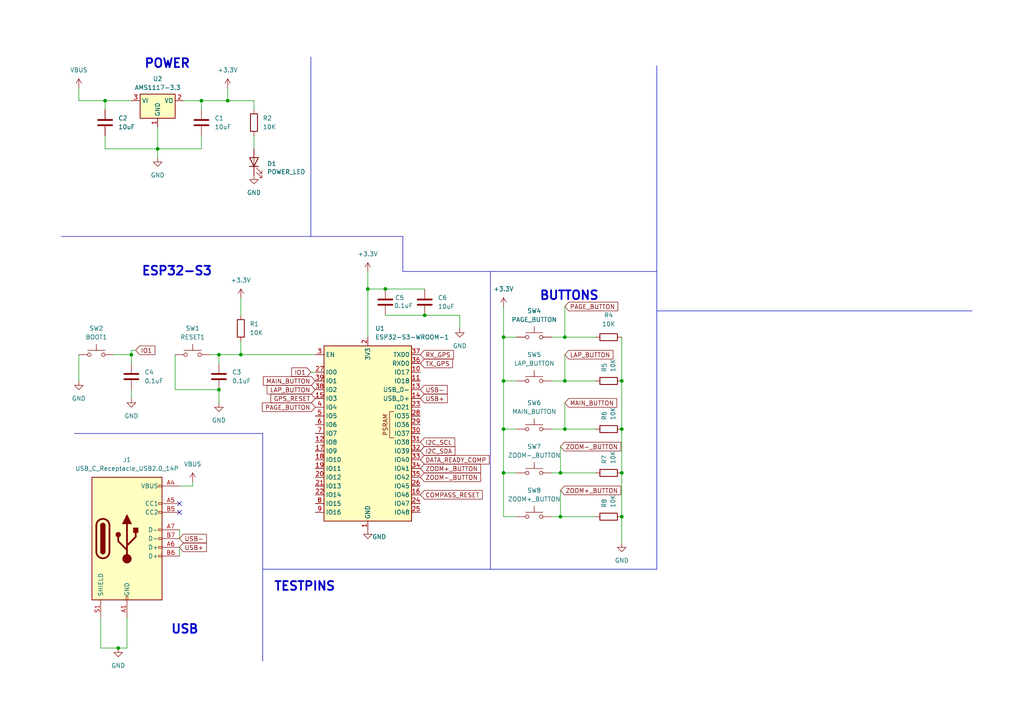
<source format=kicad_sch>
(kicad_sch (version 20250114) (generator "eeschema") (generator_version "9.0")
  (paper "A4")
  (title_block (title "Fietscomputer") (date "2025-08-24") (rev "0") (company "Sint-Jozef Instituut Schoten") (comment 2 "6ICW") (comment 3 "Sybe Van den Bergh"))
  (lib_symbols
    (symbol "Connector:USB_C_Receptacle_USB2.0_14P" (pin_names (offset 1.016))
      (property "Reference" "J" (at 0 22.225 0))
      (property "Value" "USB_C_Receptacle_USB2.0_14P" (at 0 19.685 0))
      (symbol "USB_C_Receptacle_USB2.0_14P_0_0"
        (rectangle (start -0.254 -17.78) (end 0.254 -16.764))
        (rectangle (start 10.16 15.494) (end 9.144 14.986))
        (rectangle (start 10.16 10.414) (end 9.144 9.906))
        (rectangle (start 10.16 7.874) (end 9.144 7.366))
        (rectangle (start 10.16 2.794) (end 9.144 2.286))
        (rectangle (start 10.16 0.254) (end 9.144 -0.254))
        (rectangle (start 10.16 -2.286) (end 9.144 -2.794))
        (rectangle (start 10.16 -4.826) (end 9.144 -5.334))
      )
      (symbol "USB_C_Receptacle_USB2.0_14P_0_1"
        (rectangle (start -10.16 17.78) (end 10.16 -17.78) (stroke (width 0.254)) (fill (type background)))
        (polyline (pts (xy -8.89 -3.81) (xy -8.89 3.81)) (stroke (width 0.508)))
        (rectangle (start -7.62 -3.81) (end -6.35 3.81) (stroke (width 0.254)) (fill (type outline)))
        (arc (start -7.62 3.81) (mid -6.985 4.4423) (end -6.35 3.81) (stroke (width 0.254)))
        (arc (start -7.62 3.81) (mid -6.985 4.4423) (end -6.35 3.81) (stroke (width 0.254)) (fill (type outline)))
        (arc (start -8.89 3.81) (mid -6.985 5.7067) (end -5.08 3.81) (stroke (width 0.508)))
        (arc (start -5.08 -3.81) (mid -6.985 -5.7067) (end -8.89 -3.81) (stroke (width 0.508)))
        (arc (start -6.35 -3.81) (mid -6.985 -4.4423) (end -7.62 -3.81) (stroke (width 0.254)))
        (arc (start -6.35 -3.81) (mid -6.985 -4.4423) (end -7.62 -3.81) (stroke (width 0.254)) (fill (type outline)))
        (polyline (pts (xy -5.08 3.81) (xy -5.08 -3.81)) (stroke (width 0.508)))
        (circle (center -2.54 1.143) (radius 0.635) (stroke (width 0.254)) (fill (type outline)))
        (polyline (pts (xy -1.27 4.318) (xy 0 6.858) (xy 1.27 4.318) (xy -1.27 4.318)) (stroke (width 0.254)) (fill (type outline)))
        (polyline (pts (xy 0 -2.032) (xy 2.54 0.508) (xy 2.54 1.778)) (stroke (width 0.508)))
        (polyline (pts (xy 0 -3.302) (xy -2.54 -0.762) (xy -2.54 0.508)) (stroke (width 0.508)))
        (polyline (pts (xy 0 -5.842) (xy 0 4.318)) (stroke (width 0.508)))
        (circle (center 0 -5.842) (radius 1.27) (fill (type outline)))
        (rectangle (start 1.905 1.778) (end 3.175 3.048) (stroke (width 0.254)) (fill (type outline)))
      )
      (symbol "USB_C_Receptacle_USB2.0_14P_1_1"
        (pin passive line (at -7.62 -22.86 90) (length 5.08) (name "SHIELD") (number "S1"))
        (pin passive line (at 0 -22.86 90) (length 5.08) (name "GND") (number "A1"))
        (pin passive line (at 0 -22.86 90) (length 5.08) (hide yes) (name "GND") (number "A12"))
        (pin passive line (at 0 -22.86 90) (length 5.08) (hide yes) (name "GND") (number "B1"))
        (pin passive line (at 0 -22.86 90) (length 5.08) (hide yes) (name "GND") (number "B12"))
        (pin passive line (at 15.24 15.24 180) (length 5.08) (name "VBUS") (number "A4"))
        (pin passive line (at 15.24 15.24 180) (length 5.08) (hide yes) (name "VBUS") (number "A9"))
        (pin passive line (at 15.24 15.24 180) (length 5.08) (hide yes) (name "VBUS") (number "B4"))
        (pin passive line (at 15.24 15.24 180) (length 5.08) (hide yes) (name "VBUS") (number "B9"))
        (pin bidirectional line (at 15.24 10.16 180) (length 5.08) (name "CC1") (number "A5"))
        (pin bidirectional line (at 15.24 7.62 180) (length 5.08) (name "CC2") (number "B5"))
        (pin bidirectional line (at 15.24 2.54 180) (length 5.08) (name "D-") (number "A7"))
        (pin bidirectional line (at 15.24 0 180) (length 5.08) (name "D-") (number "B7"))
        (pin bidirectional line (at 15.24 -2.54 180) (length 5.08) (name "D+") (number "A6"))
        (pin bidirectional line (at 15.24 -5.08 180) (length 5.08) (name "D+") (number "B6"))
      )
    )
    (symbol "Device:C" (pin_numbers (hide yes)) (pin_names (offset 0.254))
      (property "Reference" "C" (at 0.635 2.54 0))
      (property "Value" "C" (at 0.635 -2.54 0))
      (symbol "C_0_1"
        (polyline (pts (xy -2.032 0.762) (xy 2.032 0.762)) (stroke (width 0.508)))
        (polyline (pts (xy -2.032 -0.762) (xy 2.032 -0.762)) (stroke (width 0.508)))
      )
      (symbol "C_1_1"
        (pin passive line (at 0 3.81 270) (length 2.794) (name "~") (number "1"))
        (pin passive line (at 0 -3.81 90) (length 2.794) (name "~") (number "2"))
      )
    )
    (symbol "Device:LED" (pin_numbers (hide yes)) (pin_names (offset 1.016) (hide yes))
      (property "Reference" "D" (at 0 2.54 0))
      (property "Value" "LED" (at 0 -2.54 0))
      (symbol "LED_0_1"
        (polyline (pts (xy -3.048 -0.762) (xy -4.572 -2.286) (xy -3.81 -2.286) (xy -4.572 -2.286) (xy -4.572 -1.524)))
        (polyline (pts (xy -1.778 -0.762) (xy -3.302 -2.286) (xy -2.54 -2.286) (xy -3.302 -2.286) (xy -3.302 -1.524)))
        (polyline (pts (xy -1.27 0) (xy 1.27 0)))
        (polyline (pts (xy -1.27 -1.27) (xy -1.27 1.27)) (stroke (width 0.254)))
        (polyline (pts (xy 1.27 -1.27) (xy 1.27 1.27) (xy -1.27 0) (xy 1.27 -1.27)) (stroke (width 0.254)))
      )
      (symbol "LED_1_1"
        (pin passive line (at -3.81 0 0) (length 2.54) (name "K") (number "1"))
        (pin passive line (at 3.81 0 180) (length 2.54) (name "A") (number "2"))
      )
    )
    (symbol "Device:R" (pin_numbers (hide yes)) (pin_names (offset 0))
      (property "Reference" "R" (at 2.032 0 90))
      (property "Value" "R" (at 0 0 90))
      (symbol "R_0_1"
        (rectangle (start -1.016 -2.54) (end 1.016 2.54) (stroke (width 0.254)))
      )
      (symbol "R_1_1"
        (pin passive line (at 0 3.81 270) (length 1.27) (name "~") (number "1"))
        (pin passive line (at 0 -3.81 90) (length 1.27) (name "~") (number "2"))
      )
    )
    (symbol "RF_Module:ESP32-S3-WROOM-1"
      (property "Reference" "U" (at -12.7 26.67 0))
      (property "Value" "ESP32-S3-WROOM-1" (at 12.7 26.67 0))
      (symbol "ESP32-S3-WROOM-1_0_0"
        (rectangle (start -12.7 25.4) (end 12.7 -25.4) (stroke (width 0.254)) (fill (type background)))
        (text "PSRAM" (at 5.08 2.54 900) (effects (font (size 1.27 1.27))))
      )
      (symbol "ESP32-S3-WROOM-1_0_1"
        (polyline (pts (xy 7.62 -1.27) (xy 6.35 -1.27) (xy 6.35 6.35) (xy 7.62 6.35)))
      )
      (symbol "ESP32-S3-WROOM-1_1_1"
        (pin input line (at -15.24 22.86 0) (length 2.54) (name "EN") (number "3"))
        (pin bidirectional line (at -15.24 17.78 0) (length 2.54) (name "IO0") (number "27"))
        (pin bidirectional line (at -15.24 15.24 0) (length 2.54) (name "IO1") (number "39"))
        (pin bidirectional line (at -15.24 12.7 0) (length 2.54) (name "IO2") (number "38"))
        (pin bidirectional line (at -15.24 10.16 0) (length 2.54) (name "IO3") (number "15"))
        (pin bidirectional line (at -15.24 7.62 0) (length 2.54) (name "IO4") (number "4"))
        (pin bidirectional line (at -15.24 5.08 0) (length 2.54) (name "IO5") (number "5"))
        (pin bidirectional line (at -15.24 2.54 0) (length 2.54) (name "IO6") (number "6"))
        (pin bidirectional line (at -15.24 0 0) (length 2.54) (name "IO7") (number "7"))
        (pin bidirectional line (at -15.24 -2.54 0) (length 2.54) (name "IO8") (number "12"))
        (pin bidirectional line (at -15.24 -5.08 0) (length 2.54) (name "IO9") (number "17"))
        (pin bidirectional line (at -15.24 -7.62 0) (length 2.54) (name "IO10") (number "18"))
        (pin bidirectional line (at -15.24 -10.16 0) (length 2.54) (name "IO11") (number "19"))
        (pin bidirectional line (at -15.24 -12.7 0) (length 2.54) (name "IO12") (number "20"))
        (pin bidirectional line (at -15.24 -15.24 0) (length 2.54) (name "IO13") (number "21"))
        (pin bidirectional line (at -15.24 -17.78 0) (length 2.54) (name "IO14") (number "22"))
        (pin bidirectional line (at -15.24 -20.32 0) (length 2.54) (name "IO15") (number "8"))
        (pin bidirectional line (at -15.24 -22.86 0) (length 2.54) (name "IO16") (number "9"))
        (pin power_in line (at 0 27.94 270) (length 2.54) (name "3V3") (number "2"))
        (pin power_in line (at 0 -27.94 90) (length 2.54) (name "GND") (number "1"))
        (pin passive line (at 0 -27.94 90) (length 2.54) (hide yes) (name "GND") (number "40"))
        (pin passive line (at 0 -27.94 90) (length 2.54) (hide yes) (name "GND") (number "41"))
        (pin bidirectional line (at 15.24 22.86 180) (length 2.54) (name "TXD0") (number "37"))
        (pin bidirectional line (at 15.24 20.32 180) (length 2.54) (name "RXD0") (number "36"))
        (pin bidirectional line (at 15.24 17.78 180) (length 2.54) (name "IO17") (number "10"))
        (pin bidirectional line (at 15.24 15.24 180) (length 2.54) (name "IO18") (number "11"))
        (pin bidirectional line (at 15.24 12.7 180) (length 2.54) (name "USB_D-") (number "13"))
        (pin bidirectional line (at 15.24 10.16 180) (length 2.54) (name "USB_D+") (number "14"))
        (pin bidirectional line (at 15.24 7.62 180) (length 2.54) (name "IO21") (number "23"))
        (pin bidirectional line (at 15.24 5.08 180) (length 2.54) (name "IO35") (number "28"))
        (pin bidirectional line (at 15.24 2.54 180) (length 2.54) (name "IO36") (number "29"))
        (pin bidirectional line (at 15.24 0 180) (length 2.54) (name "IO37") (number "30"))
        (pin bidirectional line (at 15.24 -2.54 180) (length 2.54) (name "IO38") (number "31"))
        (pin bidirectional line (at 15.24 -5.08 180) (length 2.54) (name "IO39") (number "32"))
        (pin bidirectional line (at 15.24 -7.62 180) (length 2.54) (name "IO40") (number "33"))
        (pin bidirectional line (at 15.24 -10.16 180) (length 2.54) (name "IO41") (number "34"))
        (pin bidirectional line (at 15.24 -12.7 180) (length 2.54) (name "IO42") (number "35"))
        (pin bidirectional line (at 15.24 -15.24 180) (length 2.54) (name "IO45") (number "26"))
        (pin bidirectional line (at 15.24 -17.78 180) (length 2.54) (name "IO46") (number "16"))
        (pin bidirectional line (at 15.24 -20.32 180) (length 2.54) (name "IO47") (number "24"))
        (pin bidirectional line (at 15.24 -22.86 180) (length 2.54) (name "IO48") (number "25"))
      )
    )
    (symbol "Regulator_Linear:AMS1117-3.3"
      (property "Reference" "U" (at -3.81 3.175 0))
      (property "Value" "AMS1117-3.3" (at 0 3.175 0))
      (symbol "AMS1117-3.3_0_1"
        (rectangle (start -5.08 -5.08) (end 5.08 1.905) (stroke (width 0.254)) (fill (type background)))
      )
      (symbol "AMS1117-3.3_1_1"
        (pin power_in line (at -7.62 0 0) (length 2.54) (name "VI") (number "3"))
        (pin power_in line (at 0 -7.62 90) (length 2.54) (name "GND") (number "1"))
        (pin power_out line (at 7.62 0 180) (length 2.54) (name "VO") (number "2"))
      )
    )
    (symbol "Switch:SW_Push" (pin_numbers (hide yes)) (pin_names (offset 1.016) (hide yes))
      (property "Reference" "SW" (at 1.27 2.54 0))
      (property "Value" "SW_Push" (at 0 -1.524 0))
      (symbol "SW_Push_0_1"
        (circle (center -2.032 0) (radius 0.508))
        (polyline (pts (xy 0 1.27) (xy 0 3.048)))
        (circle (center 2.032 0) (radius 0.508))
        (polyline (pts (xy 2.54 1.27) (xy -2.54 1.27)))
        (pin passive line (at -5.08 0 0) (length 2.54) (name "1") (number "1"))
        (pin passive line (at 5.08 0 180) (length 2.54) (name "2") (number "2"))
      )
    )
    (symbol "power:+3.3V" (power) (pin_numbers (hide yes)) (pin_names (offset 0) (hide yes))
      (property "Value" "+3.3V" (at 0 3.556 0))
      (symbol "+3.3V_0_1"
        (polyline (pts (xy -0.762 1.27) (xy 0 2.54)))
        (polyline (pts (xy 0 2.54) (xy 0.762 1.27)))
        (polyline (pts (xy 0 0) (xy 0 2.54)))
      )
      (symbol "+3.3V_1_1"
        (pin power_in line (at 0 0 90) (length 0) (name "~") (number "1"))
      )
    )
    (symbol "power:GND" (power) (pin_numbers (hide yes)) (pin_names (offset 0) (hide yes))
      (property "Value" "GND" (at 0 -3.81 0))
      (symbol "GND_0_1"
        (polyline (pts (xy 0 0) (xy 0 -1.27) (xy 1.27 -1.27) (xy 0 -2.54) (xy -1.27 -1.27) (xy 0 -1.27)))
      )
      (symbol "GND_1_1"
        (pin power_in line (at 0 0 270) (length 0) (name "~") (number "1"))
      )
    )
    (symbol "power:VBUS" (power) (pin_numbers (hide yes)) (pin_names (offset 0) (hide yes))
      (property "Value" "VBUS" (at 0 3.556 0))
      (symbol "VBUS_0_1"
        (polyline (pts (xy -0.762 1.27) (xy 0 2.54)))
        (polyline (pts (xy 0 2.54) (xy 0.762 1.27)))
        (polyline (pts (xy 0 0) (xy 0 2.54)))
      )
      (symbol "VBUS_1_1"
        (pin power_in line (at 0 0 90) (length 0) (name "~") (number "1"))
      )
    )
  )
  (text "TESTPINS\n" (at 88.392 170.18 0) (effects (font (size 2.54 2.54) (thickness 0.508) (bold yes))))
  (text "ESP32-S3" (at 51.308 78.74 0) (effects (font (size 2.54 2.54) (thickness 0.508) (bold yes))))
  (text "POWER" (at 48.514 18.542 0) (effects (font (size 2.54 2.54) (thickness 0.508) (bold yes))))
  (text "USB\n" (at 53.594 182.626 0) (effects (font (size 2.54 2.54) (thickness 0.508) (bold yes))))
  (text "BUTTONS" (at 165.1 85.852 0) (effects (font (size 2.54 2.54) (thickness 0.508) (bold yes))))
  (junction (at 146.05 137.16))
  (junction (at 34.29 187.96))
  (junction (at 111.76 83.82))
  (junction (at 162.56 149.86))
  (junction (at 63.5 113.03))
  (junction (at 66.04 29.21))
  (junction (at 146.05 124.46))
  (junction (at 163.83 124.46))
  (junction (at 180.34 110.49))
  (junction (at 69.85 102.87))
  (junction (at 180.34 124.46))
  (junction (at 123.19 91.44))
  (junction (at 63.5 102.87))
  (junction (at 45.72 43.18))
  (junction (at 58.42 29.21))
  (junction (at 180.34 137.16))
  (junction (at 106.68 83.82))
  (junction (at 30.48 29.21))
  (junction (at 38.1 102.87))
  (junction (at 180.34 149.86))
  (junction (at 163.83 110.49))
  (junction (at 146.05 110.49))
  (junction (at 163.83 97.79))
  (junction (at 162.56 137.16))
  (junction (at 146.05 97.79))
  (no_connect (at 52.07 148.59))
  (no_connect (at 52.07 146.05))
  (wire (pts (xy 45.72 36.83) (xy 45.72 43.18)))
  (wire (pts (xy 160.02 110.49) (xy 163.83 110.49)))
  (wire (pts (xy 163.83 97.79) (xy 172.72 97.79)))
  (polyline (pts (xy 190.5 78.74) (xy 116.84 78.74)))
  (wire (pts (xy 163.83 88.9) (xy 163.83 97.79)))
  (wire (pts (xy 180.34 97.79) (xy 180.34 110.49)))
  (wire (pts (xy 73.66 39.37) (xy 73.66 43.18)))
  (wire (pts (xy 162.56 137.16) (xy 172.72 137.16)))
  (wire (pts (xy 163.83 124.46) (xy 172.72 124.46)))
  (wire (pts (xy 180.34 149.86) (xy 180.34 157.48)))
  (wire (pts (xy 163.83 116.84) (xy 163.83 124.46)))
  (wire (pts (xy 111.76 83.82) (xy 123.19 83.82)))
  (wire (pts (xy 160.02 124.46) (xy 163.83 124.46)))
  (wire (pts (xy 123.19 91.44) (xy 133.35 91.44)))
  (wire (pts (xy 111.76 91.44) (xy 123.19 91.44)))
  (wire (pts (xy 33.02 102.87) (xy 38.1 102.87)))
  (wire (pts (xy 69.85 102.87) (xy 91.44 102.87)))
  (polyline (pts (xy 116.84 78.74) (xy 116.84 68.58)))
  (wire (pts (xy 58.42 39.37) (xy 58.42 43.18)))
  (wire (pts (xy 66.04 29.21) (xy 66.04 25.4)))
  (wire (pts (xy 163.83 110.49) (xy 172.72 110.49)))
  (wire (pts (xy 146.05 110.49) (xy 149.86 110.49)))
  (wire (pts (xy 58.42 29.21) (xy 66.04 29.21)))
  (wire (pts (xy 38.1 113.03) (xy 38.1 115.57)))
  (wire (pts (xy 180.34 124.46) (xy 180.34 137.16)))
  (wire (pts (xy 30.48 39.37) (xy 30.48 43.18)))
  (polyline (pts (xy 90.17 16.51) (xy 90.17 68.58)))
  (wire (pts (xy 146.05 124.46) (xy 149.86 124.46)))
  (wire (pts (xy 146.05 149.86) (xy 149.86 149.86)))
  (wire (pts (xy 52.07 153.67) (xy 52.07 156.21)))
  (wire (pts (xy 106.68 78.74) (xy 106.68 83.82)))
  (wire (pts (xy 146.05 97.79) (xy 146.05 110.49)))
  (wire (pts (xy 38.1 101.6) (xy 39.37 101.6)))
  (wire (pts (xy 30.48 43.18) (xy 45.72 43.18)))
  (wire (pts (xy 36.83 187.96) (xy 36.83 179.07)))
  (wire (pts (xy 22.86 29.21) (xy 30.48 29.21)))
  (wire (pts (xy 91.44 107.95) (xy 90.17 107.95)))
  (wire (pts (xy 45.72 43.18) (xy 45.72 45.72)))
  (wire (pts (xy 133.35 95.25) (xy 133.35 91.44)))
  (wire (pts (xy 45.72 43.18) (xy 58.42 43.18)))
  (wire (pts (xy 38.1 105.41) (xy 38.1 102.87)))
  (wire (pts (xy 52.07 158.75) (xy 52.07 161.29)))
  (wire (pts (xy 69.85 86.36) (xy 69.85 91.44)))
  (wire (pts (xy 160.02 149.86) (xy 162.56 149.86)))
  (wire (pts (xy 180.34 110.49) (xy 180.34 124.46)))
  (wire (pts (xy 55.88 139.7) (xy 55.88 140.97)))
  (wire (pts (xy 162.56 149.86) (xy 172.72 149.86)))
  (wire (pts (xy 106.68 83.82) (xy 106.68 97.79)))
  (polyline (pts (xy 190.5 90.17) (xy 281.94 90.17)))
  (wire (pts (xy 63.5 113.03) (xy 50.8 113.03)))
  (wire (pts (xy 160.02 97.79) (xy 163.83 97.79)))
  (wire (pts (xy 60.96 102.87) (xy 63.5 102.87)))
  (wire (pts (xy 73.66 31.75) (xy 73.66 29.21)))
  (polyline (pts (xy 76.2 165.1) (xy 190.5 165.1)))
  (wire (pts (xy 163.83 102.87) (xy 163.83 110.49)))
  (polyline (pts (xy 17.78 68.58) (xy 90.17 68.58)))
  (wire (pts (xy 162.56 142.24) (xy 162.56 149.86)))
  (wire (pts (xy 22.86 102.87) (xy 22.86 110.49)))
  (wire (pts (xy 180.34 137.16) (xy 180.34 149.86)))
  (polyline (pts (xy 142.24 78.74) (xy 142.24 165.1)))
  (wire (pts (xy 30.48 29.21) (xy 30.48 31.75)))
  (polyline (pts (xy 21.59 125.73) (xy 76.2 125.73)))
  (wire (pts (xy 162.56 129.54) (xy 162.56 137.16)))
  (wire (pts (xy 22.86 25.4) (xy 22.86 29.21)))
  (wire (pts (xy 58.42 29.21) (xy 58.42 31.75)))
  (wire (pts (xy 146.05 137.16) (xy 149.86 137.16)))
  (wire (pts (xy 69.85 99.06) (xy 69.85 102.87)))
  (polyline (pts (xy 116.84 68.58) (xy 90.17 68.58)))
  (wire (pts (xy 66.04 29.21) (xy 73.66 29.21)))
  (wire (pts (xy 146.05 137.16) (xy 146.05 149.86)))
  (wire (pts (xy 146.05 97.79) (xy 149.86 97.79)))
  (wire (pts (xy 63.5 102.87) (xy 69.85 102.87)))
  (wire (pts (xy 30.48 29.21) (xy 38.1 29.21)))
  (wire (pts (xy 53.34 29.21) (xy 58.42 29.21)))
  (wire (pts (xy 146.05 124.46) (xy 146.05 137.16)))
  (wire (pts (xy 55.88 140.97) (xy 52.07 140.97)))
  (wire (pts (xy 146.05 88.9) (xy 146.05 97.79)))
  (polyline (pts (xy 76.2 125.73) (xy 76.2 191.77)))
  (wire (pts (xy 63.5 113.03) (xy 63.5 116.84)))
  (wire (pts (xy 160.02 137.16) (xy 162.56 137.16)))
  (wire (pts (xy 63.5 102.87) (xy 63.5 105.41)))
  (wire (pts (xy 50.8 102.87) (xy 50.8 113.03)))
  (wire (pts (xy 38.1 102.87) (xy 38.1 101.6)))
  (wire (pts (xy 146.05 110.49) (xy 146.05 124.46)))
  (polyline (pts (xy 190.5 19.05) (xy 190.5 90.17)))
  (wire (pts (xy 34.29 187.96) (xy 36.83 187.96)))
  (polyline (pts (xy 190.5 90.17) (xy 190.5 165.1)))
  (wire (pts (xy 29.21 187.96) (xy 34.29 187.96)))
  (wire (pts (xy 106.68 83.82) (xy 111.76 83.82)))
  (wire (pts (xy 29.21 179.07) (xy 29.21 187.96)))
  (global_label "IO1" (shape input) (at 39.37 101.6 0) (property "Intersheetrefs" "${INTERSHEET_REFS}" (effects (hide yes))))
  (global_label "ZOOM+_BUTTON" (shape input) (at 121.92 135.89 0) (property "Intersheetrefs" "${INTERSHEET_REFS}" (effects (hide yes))))
  (global_label "ZOOM-_BUTTON" (shape input) (at 121.92 138.43 0) (property "Intersheetrefs" "${INTERSHEET_REFS}" (effects (hide yes))))
  (global_label "USB-" (shape input) (at 52.07 156.21 0) (property "Intersheetrefs" "${INTERSHEET_REFS}" (effects (hide yes))))
  (global_label "USB+" (shape input) (at 121.92 115.57 0) (property "Intersheetrefs" "${INTERSHEET_REFS}" (effects (hide yes))))
  (global_label "ZOOM+_BUTTON" (shape input) (at 162.56 142.24 0) (property "Intersheetrefs" "${INTERSHEET_REFS}" (effects (hide yes))))
  (global_label "I2C_SDA" (shape input) (at 121.92 130.81 0) (property "Intersheetrefs" "${INTERSHEET_REFS}" (effects (hide yes))))
  (global_label "LAP_BUTTON" (shape input) (at 91.44 113.03 180) (property "Intersheetrefs" "${INTERSHEET_REFS}" (effects (hide yes))))
  (global_label "MAIN_BUTTON" (shape input) (at 163.83 116.84 0) (property "Intersheetrefs" "${INTERSHEET_REFS}" (effects (hide yes))))
  (global_label "GPS_RESET" (shape input) (at 91.44 115.57 180) (property "Intersheetrefs" "${INTERSHEET_REFS}" (effects (hide yes))))
  (global_label "COMPASS_RESET" (shape input) (at 121.92 143.51 0) (property "Intersheetrefs" "${INTERSHEET_REFS}" (effects (hide yes))))
  (global_label "ZOOM-_BUTTON" (shape input) (at 162.56 129.54 0) (property "Intersheetrefs" "${INTERSHEET_REFS}" (effects (hide yes))))
  (global_label "USB+" (shape input) (at 52.07 158.75 0) (property "Intersheetrefs" "${INTERSHEET_REFS}" (effects (hide yes))))
  (global_label "USB-" (shape input) (at 121.92 113.03 0) (property "Intersheetrefs" "${INTERSHEET_REFS}" (effects (hide yes))))
  (global_label "RX_GPS" (shape input) (at 121.92 102.87 0) (property "Intersheetrefs" "${INTERSHEET_REFS}" (effects (hide yes))))
  (global_label "MAIN_BUTTON" (shape input) (at 91.44 110.49 180) (property "Intersheetrefs" "${INTERSHEET_REFS}" (effects (hide yes))))
  (global_label "TX_GPS" (shape input) (at 121.92 105.41 0) (property "Intersheetrefs" "${INTERSHEET_REFS}" (effects (hide yes))))
  (global_label "DATA_READY_COMP" (shape input) (at 121.92 133.35 0) (property "Intersheetrefs" "${INTERSHEET_REFS}" (effects (hide yes))))
  (global_label "IO1" (shape input) (at 90.17 107.95 180) (property "Intersheetrefs" "${INTERSHEET_REFS}" (effects (hide yes))))
  (global_label "LAP_BUTTON" (shape input) (at 163.83 102.87 0) (property "Intersheetrefs" "${INTERSHEET_REFS}" (effects (hide yes))))
  (global_label "PAGE_BUTTON" (shape input) (at 91.44 118.11 180) (property "Intersheetrefs" "${INTERSHEET_REFS}" (effects (hide yes))))
  (global_label "PAGE_BUTTON" (shape input) (at 163.83 88.9 0) (property "Intersheetrefs" "${INTERSHEET_REFS}" (effects (hide yes))))
  (global_label "I2C_SCL" (shape input) (at 121.92 128.27 0) (property "Intersheetrefs" "${INTERSHEET_REFS}" (effects (hide yes))))
  (symbol (lib_id "Switch:SW_Push") (at 154.94 137.16 0) (unit 1)
    (property "Reference" "SW7" (at 154.94 129.54 0))
    (property "Value" "ZOOM-_BUTTON" (at 154.94 132.08 0))
    (property "Footprint" "CUSTOM FOODPRINTS:KNOP ANGLED" (effects (hide yes)))
    (property "Description" "Push button switch, generic, two pins" (effects (hide yes)))
    (property "JLCPCB PARTNUMBER" "C86476" (effects (hide yes)))
  )
  (symbol (lib_id "Device:C") (at 38.1 109.22 0) (unit 1)
    (property "Reference" "C4" (at 41.91 107.9499 0) (effects (justify left)))
    (property "Value" "0.1uF" (at 41.91 110.4899 0) (effects (justify left)))
    (property "Footprint" "Capacitor_SMD:C_0805_2012Metric" (effects (hide yes)))
    (property "Description" "Unpolarized capacitor" (effects (hide yes)))
  )
  (symbol (lib_id "power:+3.3V") (at 69.85 86.36 0) (unit 1)
    (property "Reference" "#PWR04" (effects (hide yes)))
    (property "Value" "+3.3V" (at 69.85 81.28 0))
    (property "Description" "Power symbol creates a global label with name \"+3.3V\"" (effects (hide yes)))
  )
  (symbol (lib_id "power:+3.3V") (at 146.05 88.9 0) (unit 1)
    (property "Reference" "#PWR021" (effects (hide yes)))
    (property "Value" "+3.3V" (at 146.05 83.82 0))
    (property "Description" "Power symbol creates a global label with name \"+3.3V\"" (effects (hide yes)))
  )
  (symbol (lib_id "Device:R") (at 73.66 35.56 0) (unit 1)
    (property "Reference" "R2" (at 76.2 34.2899 0) (effects (justify left)))
    (property "Value" "10K" (at 76.2 36.8299 0) (effects (justify left)))
    (property "Footprint" "Resistor_SMD:R_0805_2012Metric" (effects (hide yes)))
    (property "Description" "Resistor" (effects (hide yes)))
  )
  (symbol (lib_id "Regulator_Linear:AMS1117-3.3") (at 45.72 29.21 0) (unit 1)
    (property "Reference" "U2" (at 45.72 22.86 0))
    (property "Value" "AMS1117-3.3" (at 45.72 25.4 0))
    (property "Footprint" "Package_TO_SOT_SMD:SOT-223-3_TabPin2" (effects (hide yes)))
    (property "Datasheet" "http://www.advanced-monolithic.com/pdf/ds1117.pdf" (effects (hide yes)))
    (property "Description" "1A Low Dropout regulator, positive, 3.3V fixed output, SOT-223" (effects (hide yes)))
  )
  (symbol (lib_id "Device:R") (at 176.53 97.79 90) (unit 1)
    (property "Reference" "R4" (at 176.53 91.44 90))
    (property "Value" "10K" (at 176.53 93.98 90))
    (property "Footprint" "Resistor_SMD:R_0805_2012Metric" (effects (hide yes)))
    (property "Description" "Resistor" (effects (hide yes)))
  )
  (symbol (lib_id "power:GND") (at 63.5 116.84 0) (unit 1)
    (property "Reference" "#PWR05" (effects (hide yes)))
    (property "Value" "GND" (at 63.5 121.92 0))
    (property "Description" "Power symbol creates a global label with name \"GND\" , ground" (effects (hide yes)))
  )
  (symbol (lib_id "power:GND") (at 38.1 115.57 0) (unit 1)
    (property "Reference" "#PWR06" (effects (hide yes)))
    (property "Value" "GND" (at 38.1 120.65 0))
    (property "Description" "Power symbol creates a global label with name \"GND\" , ground" (effects (hide yes)))
  )
  (symbol (lib_id "Device:LED") (at 73.66 46.99 90) (unit 1)
    (property "Reference" "D1" (at 77.47 47.498 90) (effects (justify right)))
    (property "Value" "POWER_LED" (at 77.47 49.8474 90) (effects (justify right)))
    (property "Footprint" "LED_SMD:LED_0603_1608Metric" (effects (hide yes)))
    (property "Description" "Light emitting diode" (effects (hide yes)))
    (property "Sim.Pins" "1=K 2=A" (effects (hide yes)))
  )
  (symbol (lib_id "power:GND") (at 22.86 110.49 0) (unit 1)
    (property "Reference" "#PWR07" (effects (hide yes)))
    (property "Value" "GND" (at 22.86 115.57 0))
    (property "Description" "Power symbol creates a global label with name \"GND\" , ground" (effects (hide yes)))
  )
  (symbol (lib_id "power:+3.3V") (at 106.68 78.74 0) (unit 1)
    (property "Reference" "#PWR011" (effects (hide yes)))
    (property "Value" "+3.3V" (at 106.68 73.66 0))
    (property "Description" "Power symbol creates a global label with name \"+3.3V\"" (effects (hide yes)))
  )
  (symbol (lib_id "Device:C") (at 58.42 35.56 0) (unit 1)
    (property "Reference" "C1" (at 62.23 34.2899 0) (effects (justify left)))
    (property "Value" "10uF" (at 62.23 36.8299 0) (effects (justify left)))
    (property "Footprint" "Capacitor_SMD:C_0805_2012Metric" (effects (hide yes)))
    (property "Description" "Unpolarized capacitor" (effects (hide yes)))
  )
  (symbol (lib_id "Switch:SW_Push") (at 154.94 110.49 0) (unit 1)
    (property "Reference" "SW5" (at 154.94 102.87 0))
    (property "Value" "LAP_BUTTON" (at 154.94 105.41 0))
    (property "Footprint" "CUSTOM FOODPRINTS:KNOP ANGLED" (effects (hide yes)))
    (property "Description" "Push button switch, generic, two pins" (effects (hide yes)))
  )
  (symbol (lib_id "Connector:USB_C_Receptacle_USB2.0_14P") (at 36.83 156.21 0) (unit 1)
    (property "Reference" "J1" (at 36.83 133.35 0))
    (property "Value" "USB_C_Receptacle_USB2.0_14P" (at 36.83 135.89 0))
    (property "Footprint" "Connector_USB:USB_C_Receptacle_GCT_USB4105-xx-A_16P_TopMnt_Horizontal" (effects (hide yes)))
    (property "Datasheet" "https://www.usb.org/sites/default/files/documents/usb_type-c.zip" (effects (hide yes)))
    (property "Description" "USB 2.0-only 14P Type-C Receptacle connector" (effects (hide yes)))
  )
  (symbol (lib_id "power:GND") (at 180.34 157.48 0) (unit 1)
    (property "Reference" "#PWR020" (effects (hide yes)))
    (property "Value" "GND" (at 180.34 162.56 0))
    (property "Description" "Power symbol creates a global label with name \"GND\" , ground" (effects (hide yes)))
  )
  (symbol (lib_id "Device:C") (at 30.48 35.56 0) (unit 1)
    (property "Reference" "C2" (at 34.29 34.2899 0) (effects (justify left)))
    (property "Value" "10uF" (at 34.29 36.8299 0) (effects (justify left)))
    (property "Footprint" "Capacitor_SMD:C_0805_2012Metric" (effects (hide yes)))
    (property "Description" "Unpolarized capacitor" (effects (hide yes)))
  )
  (symbol (lib_id "Device:R") (at 69.85 95.25 0) (unit 1)
    (property "Reference" "R1" (at 72.39 93.9799 0) (effects (justify left)))
    (property "Value" "10K" (at 72.39 96.5199 0) (effects (justify left)))
    (property "Footprint" "Resistor_SMD:R_0805_2012Metric" (effects (hide yes)))
    (property "Description" "Resistor" (effects (hide yes)))
  )
  (symbol (lib_id "power:GND") (at 45.72 45.72 0) (unit 1)
    (property "Reference" "#PWR03" (effects (hide yes)))
    (property "Value" "GND" (at 45.72 50.8 0))
    (property "Description" "Power symbol creates a global label with name \"GND\" , ground" (effects (hide yes)))
  )
  (symbol (lib_id "Device:C") (at 111.76 87.63 0) (unit 1)
    (property "Reference" "C5" (at 114.554 86.36 0) (effects (justify left)))
    (property "Value" "0.1uF" (at 114.3 88.646 0) (effects (justify left)))
    (property "Footprint" "Capacitor_SMD:C_0805_2012Metric" (effects (hide yes)))
    (property "Description" "Unpolarized capacitor" (effects (hide yes)))
  )
  (symbol (lib_id "Device:C") (at 123.19 87.63 0) (unit 1)
    (property "Reference" "C6" (at 127 86.3599 0) (effects (justify left)))
    (property "Value" "10uF" (at 127 88.8999 0) (effects (justify left)))
    (property "Footprint" "Capacitor_SMD:C_0805_2012Metric" (effects (hide yes)))
    (property "Description" "Unpolarized capacitor" (effects (hide yes)))
  )
  (symbol (lib_id "power:VBUS") (at 22.86 25.4 0) (unit 1)
    (property "Reference" "#PWR02" (effects (hide yes)))
    (property "Value" "VBUS" (at 22.86 20.32 0))
    (property "Description" "Power symbol creates a global label with name \"VBUS\"" (effects (hide yes)))
  )
  (symbol (lib_id "Device:R") (at 176.53 137.16 90) (unit 1)
    (property "Reference" "R7" (at 175.2599 134.62 0) (effects (justify left)))
    (property "Value" "10K" (at 177.7999 134.62 0) (effects (justify left)))
    (property "Footprint" "Resistor_SMD:R_0805_2012Metric" (effects (hide yes)))
    (property "Description" "Resistor" (effects (hide yes)))
  )
  (symbol (lib_id "power:GND") (at 34.29 187.96 0) (unit 1)
    (property "Reference" "#PWR08" (effects (hide yes)))
    (property "Value" "GND" (at 34.29 193.04 0))
    (property "Description" "Power symbol creates a global label with name \"GND\" , ground" (effects (hide yes)))
  )
  (symbol (lib_id "Device:C") (at 63.5 109.22 0) (unit 1)
    (property "Reference" "C3" (at 67.31 107.9499 0) (effects (justify left)))
    (property "Value" "0.1uF" (at 67.31 110.4899 0) (effects (justify left)))
    (property "Footprint" "Capacitor_SMD:C_0805_2012Metric" (effects (hide yes)))
    (property "Description" "Unpolarized capacitor" (effects (hide yes)))
  )
  (symbol (lib_id "Device:R") (at 176.53 124.46 90) (unit 1)
    (property "Reference" "R6" (at 175.2599 121.92 0) (effects (justify left)))
    (property "Value" "10K" (at 177.7999 121.92 0) (effects (justify left)))
    (property "Footprint" "Resistor_SMD:R_0805_2012Metric" (effects (hide yes)))
    (property "Description" "Resistor" (effects (hide yes)))
  )
  (symbol (lib_id "power:GND") (at 106.68 153.67 0) (unit 1)
    (property "Reference" "#PWR013" (effects (hide yes)))
    (property "Value" "GND" (at 109.982 155.702 0))
    (property "Description" "Power symbol creates a global label with name \"GND\" , ground" (effects (hide yes)))
  )
  (symbol (lib_id "Device:R") (at 176.53 149.86 90) (unit 1)
    (property "Reference" "R8" (at 175.2599 147.32 0) (effects (justify left)))
    (property "Value" "10K" (at 177.7999 147.32 0) (effects (justify left)))
    (property "Footprint" "Resistor_SMD:R_0805_2012Metric" (effects (hide yes)))
    (property "Description" "Resistor" (effects (hide yes)))
  )
  (symbol (lib_id "power:GND") (at 73.66 50.8 0) (unit 1)
    (property "Reference" "#PWR010" (effects (hide yes)))
    (property "Value" "GND" (at 73.66 55.88 0))
    (property "Description" "Power symbol creates a global label with name \"GND\" , ground" (effects (hide yes)))
  )
  (symbol (lib_id "Switch:SW_Push") (at 55.88 102.87 0) (unit 1)
    (property "Reference" "SW1" (at 55.88 95.25 0))
    (property "Value" "RESET1" (at 55.88 97.79 0))
    (property "Footprint" "Button_Switch_THT:SW_PUSH_6mm" (effects (hide yes)))
    (property "Description" "Push button switch, generic, two pins" (effects (hide yes)))
  )
  (symbol (lib_id "RF_Module:ESP32-S3-WROOM-1") (at 106.68 125.73 0) (unit 1)
    (property "Reference" "U1" (at 108.8233 95.25 0) (effects (justify left)))
    (property "Value" "ESP32-S3-WROOM-1" (at 108.8233 97.79 0) (effects (justify left)))
    (property "Footprint" "RF_Module:ESP32-S3-WROOM-1" (effects (hide yes)))
    (property "Datasheet" "https://www.espressif.com/sites/default/files/documentation/esp32-s3-wroom-1_wroom-1u_datasheet_en.pdf" (effects (hide yes)))
    (property "Description" "RF Module, ESP32-S3 SoC, Wi-Fi 802.11b/g/n, Bluetooth, BLE, 32-bit, 3.3V, onboard antenna, SMD" (effects (hide yes)))
  )
  (symbol (lib_id "Switch:SW_Push") (at 154.94 97.79 0) (unit 1)
    (property "Reference" "SW4" (at 154.94 90.17 0))
    (property "Value" "PAGE_BUTTON" (at 154.94 92.71 0))
    (property "Footprint" "Button_Switch_THT:SW_PUSH_6mm" (effects (hide yes)))
    (property "Description" "Push button switch, generic, two pins" (effects (hide yes)))
  )
  (symbol (lib_id "Switch:SW_Push") (at 27.94 102.87 0) (unit 1)
    (property "Reference" "SW2" (at 27.94 95.25 0))
    (property "Value" "BOOT1" (at 27.94 97.79 0))
    (property "Footprint" "Button_Switch_THT:SW_PUSH_6mm" (effects (hide yes)))
    (property "Description" "Push button switch, generic, two pins" (effects (hide yes)))
    (property "JLCPCB PARTNUMBER" "C86476" (effects (hide yes)))
  )
  (symbol (lib_id "Switch:SW_Push") (at 154.94 149.86 0) (unit 1)
    (property "Reference" "SW8" (at 154.94 142.24 0))
    (property "Value" "ZOOM+_BUTTON" (at 154.94 144.78 0))
    (property "Footprint" "CUSTOM FOODPRINTS:KNOP ANGLED" (effects (hide yes)))
    (property "Description" "Push button switch, generic, two pins" (effects (hide yes)))
    (property "JLCPCB PARTNUMBER" "C86476" (effects (hide yes)))
  )
  (symbol (lib_id "power:GND") (at 133.35 95.25 0) (unit 1)
    (property "Reference" "#PWR012" (effects (hide yes)))
    (property "Value" "GND" (at 133.35 100.33 0))
    (property "Description" "Power symbol creates a global label with name \"GND\" , ground" (effects (hide yes)))
  )
  (symbol (lib_id "power:VBUS") (at 55.88 139.7 0) (unit 1)
    (property "Reference" "#PWR09" (effects (hide yes)))
    (property "Value" "VBUS" (at 55.88 134.62 0))
    (property "Description" "Power symbol creates a global label with name \"VBUS\"" (effects (hide yes)))
  )
  (symbol (lib_id "Device:R") (at 176.53 110.49 90) (unit 1)
    (property "Reference" "R5" (at 175.2599 107.95 0) (effects (justify left)))
    (property "Value" "10K" (at 177.7999 107.95 0) (effects (justify left)))
    (property "Footprint" "Resistor_SMD:R_0805_2012Metric" (effects (hide yes)))
    (property "Description" "Resistor" (effects (hide yes)))
  )
  (symbol (lib_id "power:+3.3V") (at 66.04 25.4 0) (unit 1)
    (property "Reference" "#PWR01" (effects (hide yes)))
    (property "Value" "+3.3V" (at 66.04 20.32 0))
    (property "Description" "Power symbol creates a global label with name \"+3.3V\"" (effects (hide yes)))
  )
  (symbol (lib_id "Switch:SW_Push") (at 154.94 124.46 0) (unit 1)
    (property "Reference" "SW6" (at 154.94 116.84 0))
    (property "Value" "MAIN_BUTTON" (at 154.94 119.38 0))
    (property "Footprint" "Button_Switch_THT:SW_PUSH_6mm" (effects (hide yes)))
    (property "Description" "Push button switch, generic, two pins" (effects (hide yes)))
  )
)
</source>
